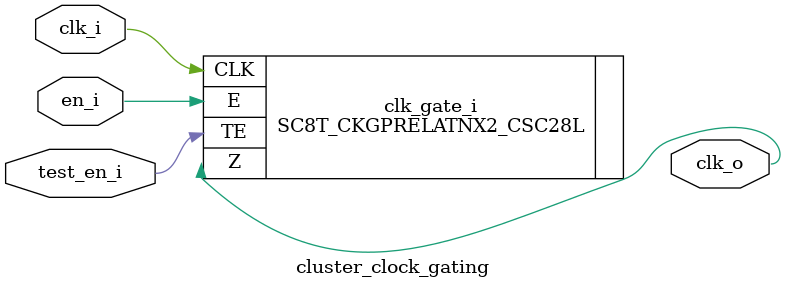
<source format=sv>






module cluster_clock_gating
(
    input  logic clk_i,
    input  logic en_i,
    input  logic test_en_i,
    output logic clk_o
);

    SC8T_CKGPRELATNX2_CSC28L clk_gate_i
    (
        .CLK(clk_i),
        .Z(clk_o),
        .E(en_i),
        .TE(test_en_i)
    );

    // SC8T_CKGPRELATNX1_CSC20SL clk_gate_i
    // (
    //     .CLK(clk_i),
    //     .Z(clk_o),
    //     .E(en_i),
    //     .TE(test_en_i)
    // );

endmodule

</source>
